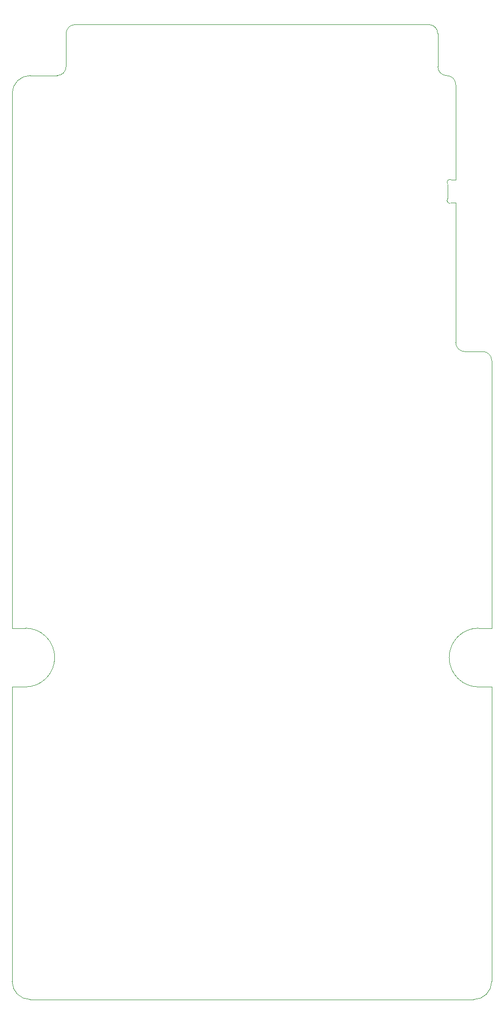
<source format=gbr>
%TF.GenerationSoftware,KiCad,Pcbnew,7.0.10*%
%TF.CreationDate,2024-03-08T14:55:51+08:00*%
%TF.ProjectId,solar_board,736f6c61-725f-4626-9f61-72642e6b6963,rev?*%
%TF.SameCoordinates,Original*%
%TF.FileFunction,Profile,NP*%
%FSLAX46Y46*%
G04 Gerber Fmt 4.6, Leading zero omitted, Abs format (unit mm)*
G04 Created by KiCad (PCBNEW 7.0.10) date 2024-03-08 14:55:51*
%MOMM*%
%LPD*%
G01*
G04 APERTURE LIST*
%TA.AperFunction,Profile*%
%ADD10C,0.050000*%
%TD*%
G04 APERTURE END LIST*
D10*
X140280000Y-75340001D02*
X143280000Y-75340001D01*
X67780000Y-29340001D02*
X72280000Y-29340001D01*
X141780000Y-183340000D02*
X67780000Y-183340000D01*
X135779999Y-22340001D02*
G75*
G03*
X134280000Y-20840001I-1499999J1D01*
G01*
X138779999Y-30840001D02*
G75*
G03*
X137280000Y-29340001I-1499999J1D01*
G01*
X144779999Y-76840001D02*
G75*
G03*
X143280000Y-75340001I-1499999J1D01*
G01*
X72280000Y-29340000D02*
G75*
G03*
X73780000Y-27840001I0J1500000D01*
G01*
X64780001Y-131241214D02*
X66980000Y-131241214D01*
X142580000Y-121441186D02*
G75*
G03*
X142580000Y-131241214I0J-4900014D01*
G01*
X64780000Y-180340001D02*
G75*
G03*
X67780000Y-183340000I3000000J1D01*
G01*
X135780000Y-27840001D02*
X135780000Y-22340001D01*
X66980000Y-121441214D02*
X64780001Y-121441214D01*
X144780000Y-76840001D02*
X144780000Y-121441214D01*
X138780000Y-46740001D02*
X138130000Y-46740001D01*
X64780001Y-180340001D02*
X64780001Y-131241214D01*
X67780000Y-29340001D02*
G75*
G03*
X64780001Y-32340002I0J-2999999D01*
G01*
X64780001Y-121441214D02*
X64780001Y-32340001D01*
X138780000Y-30840001D02*
X138780000Y-46740001D01*
X138130001Y-46740000D02*
G75*
G03*
X137430001Y-47440003I-300001J-400000D01*
G01*
X141780000Y-183340000D02*
G75*
G03*
X144780000Y-180340000I0J3000000D01*
G01*
X137430000Y-49840001D02*
G75*
G03*
X138130000Y-50540000I400000J-299999D01*
G01*
X142580000Y-131241214D02*
X144780000Y-131241214D01*
X138780000Y-50540001D02*
X138780000Y-73840001D01*
X73780000Y-22340001D02*
X73780000Y-27840001D01*
X144780000Y-121441214D02*
X142580000Y-121441214D01*
X134280000Y-20840001D02*
X75280000Y-20840001D01*
X137430000Y-47440001D02*
X137430000Y-49840001D01*
X144780000Y-131241214D02*
X144780000Y-180340001D01*
X135779999Y-27840001D02*
G75*
G03*
X137280000Y-29340001I1500001J1D01*
G01*
X138779999Y-73840001D02*
G75*
G03*
X140280000Y-75340001I1500001J1D01*
G01*
X66980000Y-131241206D02*
G75*
G03*
X66979998Y-121441214I0J4899996D01*
G01*
X138130000Y-50540001D02*
X138780000Y-50540001D01*
X75280000Y-20840000D02*
G75*
G03*
X73780000Y-22340001I0J-1500000D01*
G01*
M02*

</source>
